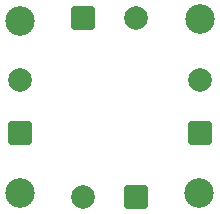
<source format=gbs>
G04 #@! TF.GenerationSoftware,KiCad,Pcbnew,7.0.7-7.0.7~ubuntu22.04.1*
G04 #@! TF.CreationDate,2023-08-27T15:16:43-06:00*
G04 #@! TF.ProjectId,Dog Low Water Sensor SMD,446f6720-4c6f-4772-9057-617465722053,rev?*
G04 #@! TF.SameCoordinates,Original*
G04 #@! TF.FileFunction,Soldermask,Bot*
G04 #@! TF.FilePolarity,Negative*
%FSLAX46Y46*%
G04 Gerber Fmt 4.6, Leading zero omitted, Abs format (unit mm)*
G04 Created by KiCad (PCBNEW 7.0.7-7.0.7~ubuntu22.04.1) date 2023-08-27 15:16:43*
%MOMM*%
%LPD*%
G01*
G04 APERTURE LIST*
G04 Aperture macros list*
%AMRoundRect*
0 Rectangle with rounded corners*
0 $1 Rounding radius*
0 $2 $3 $4 $5 $6 $7 $8 $9 X,Y pos of 4 corners*
0 Add a 4 corners polygon primitive as box body*
4,1,4,$2,$3,$4,$5,$6,$7,$8,$9,$2,$3,0*
0 Add four circle primitives for the rounded corners*
1,1,$1+$1,$2,$3*
1,1,$1+$1,$4,$5*
1,1,$1+$1,$6,$7*
1,1,$1+$1,$8,$9*
0 Add four rect primitives between the rounded corners*
20,1,$1+$1,$2,$3,$4,$5,0*
20,1,$1+$1,$4,$5,$6,$7,0*
20,1,$1+$1,$6,$7,$8,$9,0*
20,1,$1+$1,$8,$9,$2,$3,0*%
G04 Aperture macros list end*
%ADD10RoundRect,0.250000X0.750000X-0.750000X0.750000X0.750000X-0.750000X0.750000X-0.750000X-0.750000X0*%
%ADD11C,2.000000*%
%ADD12RoundRect,0.250000X0.750000X0.750000X-0.750000X0.750000X-0.750000X-0.750000X0.750000X-0.750000X0*%
%ADD13RoundRect,0.250000X-0.750000X-0.750000X0.750000X-0.750000X0.750000X0.750000X-0.750000X0.750000X0*%
%ADD14C,2.500000*%
G04 APERTURE END LIST*
D10*
X141752300Y-82260000D03*
D11*
X141752300Y-77760000D03*
D10*
X156972000Y-82260000D03*
D11*
X156972000Y-77760000D03*
D12*
X151588700Y-87686900D03*
D11*
X147088700Y-87686900D03*
D13*
X147102000Y-72495500D03*
D11*
X151602000Y-72495500D03*
D14*
X156925000Y-87376000D03*
X141752300Y-87319100D03*
X141772600Y-72792500D03*
X156972000Y-72644000D03*
M02*

</source>
